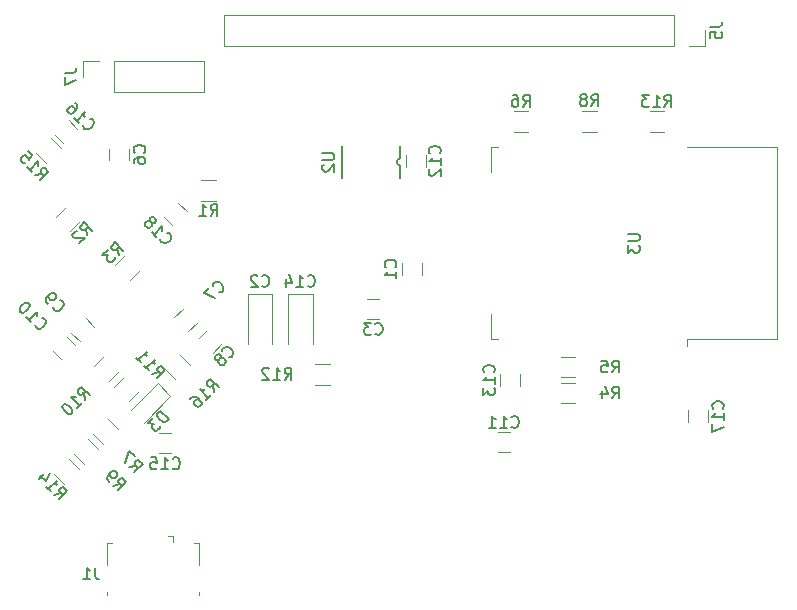
<source format=gbr>
G04 #@! TF.GenerationSoftware,KiCad,Pcbnew,5.1.5*
G04 #@! TF.CreationDate,2019-12-16T15:30:59-05:00*
G04 #@! TF.ProjectId,rustypill,72757374-7970-4696-9c6c-2e6b69636164,rev?*
G04 #@! TF.SameCoordinates,Original*
G04 #@! TF.FileFunction,Legend,Bot*
G04 #@! TF.FilePolarity,Positive*
%FSLAX46Y46*%
G04 Gerber Fmt 4.6, Leading zero omitted, Abs format (unit mm)*
G04 Created by KiCad (PCBNEW 5.1.5) date 2019-12-16 15:30:59*
%MOMM*%
%LPD*%
G04 APERTURE LIST*
%ADD10C,0.120000*%
%ADD11C,0.152400*%
%ADD12C,0.150000*%
G04 APERTURE END LIST*
D10*
X85041918Y-124247010D02*
X84193390Y-123398482D01*
X82948882Y-124642990D02*
X83797410Y-125491518D01*
X81152823Y-129157437D02*
X83415565Y-126894695D01*
X82354905Y-125834035D02*
X80092163Y-128096777D01*
X82354905Y-125834035D02*
X83415565Y-126894695D01*
D11*
X97905800Y-108457600D02*
X97905800Y-105714400D01*
X102884200Y-105714400D02*
X102884200Y-106781200D01*
X102884200Y-107390800D02*
X102884200Y-108457600D01*
X102884200Y-106781200D02*
G75*
G03X102884200Y-107390800I0J-304800D01*
G01*
D10*
X86280000Y-98520000D02*
X86280000Y-101180000D01*
X78600000Y-98520000D02*
X86280000Y-98520000D01*
X78600000Y-101180000D02*
X86280000Y-101180000D01*
X78600000Y-98520000D02*
X78600000Y-101180000D01*
X77330000Y-98520000D02*
X76000000Y-98520000D01*
X76000000Y-98520000D02*
X76000000Y-99850000D01*
X87920000Y-97280000D02*
X87920000Y-94620000D01*
X126080000Y-97280000D02*
X87920000Y-97280000D01*
X126080000Y-94620000D02*
X87920000Y-94620000D01*
X126080000Y-97280000D02*
X126080000Y-94620000D01*
X127350000Y-97280000D02*
X128680000Y-97280000D01*
X128680000Y-97280000D02*
X128680000Y-95950000D01*
X93350000Y-118250000D02*
X93350000Y-122500000D01*
X95450000Y-118250000D02*
X95450000Y-122500000D01*
X93350000Y-118250000D02*
X95450000Y-118250000D01*
X89950000Y-118250000D02*
X89950000Y-122500000D01*
X92050000Y-118250000D02*
X92050000Y-122500000D01*
X89950000Y-118250000D02*
X92050000Y-118250000D01*
X84081387Y-110529406D02*
X84788494Y-111236513D01*
X83586413Y-112438594D02*
X82879306Y-111731487D01*
X72060082Y-106298990D02*
X72908610Y-107147518D01*
X74153118Y-105903010D02*
X73304590Y-105054482D01*
X128940000Y-128120000D02*
X128940000Y-129120000D01*
X127240000Y-129120000D02*
X127240000Y-128120000D01*
X74817587Y-103561406D02*
X75524694Y-104268513D01*
X74322613Y-105470594D02*
X73615506Y-104763487D01*
X104700000Y-115650000D02*
X104700000Y-116650000D01*
X103000000Y-116650000D02*
X103000000Y-115650000D01*
X101100000Y-120350000D02*
X100100000Y-120350000D01*
X100100000Y-118650000D02*
X101100000Y-118650000D01*
X79950000Y-105950000D02*
X79950000Y-106950000D01*
X78250000Y-106950000D02*
X78250000Y-105950000D01*
X85654594Y-120697487D02*
X84947487Y-121404594D01*
X83745406Y-120202513D02*
X84452513Y-119495406D01*
X85829306Y-122018513D02*
X86536413Y-121311406D01*
X87738494Y-122513487D02*
X87031387Y-123220594D01*
X75736413Y-122238594D02*
X75029306Y-121531487D01*
X76231387Y-120329406D02*
X76938494Y-121036513D01*
X74647487Y-121895406D02*
X75354594Y-122602513D01*
X74152513Y-123804594D02*
X73445406Y-123097487D01*
X112150000Y-131675000D02*
X111150000Y-131675000D01*
X111150000Y-129975000D02*
X112150000Y-129975000D01*
X105100000Y-106500000D02*
X105100000Y-107500000D01*
X103400000Y-107500000D02*
X103400000Y-106500000D01*
X111350000Y-126050000D02*
X111350000Y-125050000D01*
X113050000Y-125050000D02*
X113050000Y-126050000D01*
X82466100Y-130016000D02*
X83466100Y-130016000D01*
X83466100Y-131716000D02*
X82466100Y-131716000D01*
X85850000Y-139326000D02*
X85400000Y-139326000D01*
X85850000Y-141176000D02*
X85850000Y-139326000D01*
X78050000Y-143726000D02*
X78050000Y-143476000D01*
X85850000Y-143726000D02*
X85850000Y-143476000D01*
X78050000Y-141176000D02*
X78050000Y-139326000D01*
X78050000Y-139326000D02*
X78500000Y-139326000D01*
X83650000Y-138776000D02*
X83200000Y-138776000D01*
X83650000Y-138776000D02*
X83650000Y-139226000D01*
X87250000Y-108620000D02*
X86050000Y-108620000D01*
X86050000Y-110380000D02*
X87250000Y-110380000D01*
X74943390Y-112951518D02*
X75791918Y-112102990D01*
X74547410Y-110858482D02*
X73698882Y-111707010D01*
X79602010Y-114953482D02*
X78753482Y-115802010D01*
X79997990Y-117046518D02*
X80846518Y-116197990D01*
X116450000Y-127530000D02*
X117650000Y-127530000D01*
X117650000Y-125770000D02*
X116450000Y-125770000D01*
X117650000Y-123570000D02*
X116450000Y-123570000D01*
X116450000Y-125330000D02*
X117650000Y-125330000D01*
X112500000Y-104530000D02*
X113700000Y-104530000D01*
X113700000Y-102770000D02*
X112500000Y-102770000D01*
X78996518Y-129702010D02*
X78147990Y-128853482D01*
X76903482Y-130097990D02*
X77752010Y-130946518D01*
X118300000Y-104530000D02*
X119500000Y-104530000D01*
X119500000Y-102770000D02*
X118300000Y-102770000D01*
X75233482Y-131817990D02*
X76082010Y-132666518D01*
X77326518Y-131422010D02*
X76477990Y-130573482D01*
X78197990Y-125596518D02*
X79046518Y-124747990D01*
X77802010Y-123503482D02*
X76953482Y-124352010D01*
X79502010Y-125253482D02*
X78653482Y-126102010D01*
X79897990Y-127346518D02*
X80746518Y-126497990D01*
X96900000Y-124170000D02*
X95700000Y-124170000D01*
X95700000Y-125930000D02*
X96900000Y-125930000D01*
X125200000Y-102770000D02*
X124000000Y-102770000D01*
X124000000Y-104530000D02*
X125200000Y-104530000D01*
X75676518Y-133072010D02*
X74827990Y-132223482D01*
X73583482Y-133467990D02*
X74432010Y-134316518D01*
X134800000Y-122076000D02*
X134800000Y-105836000D01*
X134800000Y-105836000D02*
X127180000Y-105836000D01*
X111180000Y-105836000D02*
X110560000Y-105836000D01*
X110560000Y-105836000D02*
X110560000Y-107956000D01*
X110560000Y-119956000D02*
X110560000Y-122076000D01*
X110560000Y-122076000D02*
X111180000Y-122076000D01*
X127180000Y-122076000D02*
X134800000Y-122076000D01*
X127180000Y-122076000D02*
X127180000Y-122686000D01*
D12*
X87099450Y-126565312D02*
X86998435Y-125992893D01*
X87503511Y-126161251D02*
X86796404Y-125454145D01*
X86527030Y-125723519D01*
X86493358Y-125824534D01*
X86493358Y-125891877D01*
X86527030Y-125992893D01*
X86628045Y-126093908D01*
X86729061Y-126127580D01*
X86796404Y-126127580D01*
X86897419Y-126093908D01*
X87166793Y-125824534D01*
X86426015Y-127238748D02*
X86830076Y-126834687D01*
X86628045Y-127036717D02*
X85920938Y-126329610D01*
X86089297Y-126363282D01*
X86223984Y-126363282D01*
X86325000Y-126329610D01*
X85112816Y-127137732D02*
X85247503Y-127003045D01*
X85348519Y-126969374D01*
X85415862Y-126969374D01*
X85584221Y-127003045D01*
X85752580Y-127104061D01*
X86021954Y-127373435D01*
X86055625Y-127474450D01*
X86055625Y-127541793D01*
X86021954Y-127642809D01*
X85887267Y-127777496D01*
X85786251Y-127811167D01*
X85718908Y-127811167D01*
X85617893Y-127777496D01*
X85449534Y-127609137D01*
X85415862Y-127508122D01*
X85415862Y-127440778D01*
X85449534Y-127339763D01*
X85584221Y-127205076D01*
X85685236Y-127171404D01*
X85752580Y-127171404D01*
X85853595Y-127205076D01*
X83266793Y-128847969D02*
X82559687Y-128140862D01*
X82391328Y-128309221D01*
X82323984Y-128443908D01*
X82323984Y-128578595D01*
X82357656Y-128679610D01*
X82458671Y-128847969D01*
X82559687Y-128948984D01*
X82728045Y-129050000D01*
X82829061Y-129083671D01*
X82963748Y-129083671D01*
X83098435Y-129016328D01*
X83266793Y-128847969D01*
X81919923Y-128780625D02*
X81482190Y-129218358D01*
X81987267Y-129252030D01*
X81886251Y-129353045D01*
X81852580Y-129454061D01*
X81852580Y-129521404D01*
X81886251Y-129622419D01*
X82054610Y-129790778D01*
X82155625Y-129824450D01*
X82222969Y-129824450D01*
X82323984Y-129790778D01*
X82526015Y-129588748D01*
X82559687Y-129487732D01*
X82559687Y-129420389D01*
X96291380Y-106324095D02*
X97100904Y-106324095D01*
X97196142Y-106371714D01*
X97243761Y-106419333D01*
X97291380Y-106514571D01*
X97291380Y-106705047D01*
X97243761Y-106800285D01*
X97196142Y-106847904D01*
X97100904Y-106895523D01*
X96291380Y-106895523D01*
X96386619Y-107324095D02*
X96339000Y-107371714D01*
X96291380Y-107466952D01*
X96291380Y-107705047D01*
X96339000Y-107800285D01*
X96386619Y-107847904D01*
X96481857Y-107895523D01*
X96577095Y-107895523D01*
X96719952Y-107847904D01*
X97291380Y-107276476D01*
X97291380Y-107895523D01*
X74452380Y-99516666D02*
X75166666Y-99516666D01*
X75309523Y-99469047D01*
X75404761Y-99373809D01*
X75452380Y-99230952D01*
X75452380Y-99135714D01*
X74452380Y-99897619D02*
X74452380Y-100564285D01*
X75452380Y-100135714D01*
X129132380Y-95616666D02*
X129846666Y-95616666D01*
X129989523Y-95569047D01*
X130084761Y-95473809D01*
X130132380Y-95330952D01*
X130132380Y-95235714D01*
X129132380Y-96569047D02*
X129132380Y-96092857D01*
X129608571Y-96045238D01*
X129560952Y-96092857D01*
X129513333Y-96188095D01*
X129513333Y-96426190D01*
X129560952Y-96521428D01*
X129608571Y-96569047D01*
X129703809Y-96616666D01*
X129941904Y-96616666D01*
X130037142Y-96569047D01*
X130084761Y-96521428D01*
X130132380Y-96426190D01*
X130132380Y-96188095D01*
X130084761Y-96092857D01*
X130037142Y-96045238D01*
X95042857Y-117557142D02*
X95090476Y-117604761D01*
X95233333Y-117652380D01*
X95328571Y-117652380D01*
X95471428Y-117604761D01*
X95566666Y-117509523D01*
X95614285Y-117414285D01*
X95661904Y-117223809D01*
X95661904Y-117080952D01*
X95614285Y-116890476D01*
X95566666Y-116795238D01*
X95471428Y-116700000D01*
X95328571Y-116652380D01*
X95233333Y-116652380D01*
X95090476Y-116700000D01*
X95042857Y-116747619D01*
X94090476Y-117652380D02*
X94661904Y-117652380D01*
X94376190Y-117652380D02*
X94376190Y-116652380D01*
X94471428Y-116795238D01*
X94566666Y-116890476D01*
X94661904Y-116938095D01*
X93233333Y-116985714D02*
X93233333Y-117652380D01*
X93471428Y-116604761D02*
X93709523Y-117319047D01*
X93090476Y-117319047D01*
X91166666Y-117557142D02*
X91214285Y-117604761D01*
X91357142Y-117652380D01*
X91452380Y-117652380D01*
X91595238Y-117604761D01*
X91690476Y-117509523D01*
X91738095Y-117414285D01*
X91785714Y-117223809D01*
X91785714Y-117080952D01*
X91738095Y-116890476D01*
X91690476Y-116795238D01*
X91595238Y-116700000D01*
X91452380Y-116652380D01*
X91357142Y-116652380D01*
X91214285Y-116700000D01*
X91166666Y-116747619D01*
X90785714Y-116747619D02*
X90738095Y-116700000D01*
X90642857Y-116652380D01*
X90404761Y-116652380D01*
X90309523Y-116700000D01*
X90261904Y-116747619D01*
X90214285Y-116842857D01*
X90214285Y-116938095D01*
X90261904Y-117080952D01*
X90833333Y-117652380D01*
X90214285Y-117652380D01*
X82577030Y-113632106D02*
X82577030Y-113699450D01*
X82644374Y-113834137D01*
X82711717Y-113901480D01*
X82846404Y-113968824D01*
X82981091Y-113968824D01*
X83082106Y-113935152D01*
X83250465Y-113834137D01*
X83351480Y-113733122D01*
X83452496Y-113564763D01*
X83486167Y-113463748D01*
X83486167Y-113329061D01*
X83418824Y-113194374D01*
X83351480Y-113127030D01*
X83216793Y-113059687D01*
X83149450Y-113059687D01*
X81836251Y-113026015D02*
X82240312Y-113430076D01*
X82038282Y-113228045D02*
X82745389Y-112520938D01*
X82711717Y-112689297D01*
X82711717Y-112823984D01*
X82745389Y-112925000D01*
X81836251Y-112217893D02*
X81937267Y-112251564D01*
X82004610Y-112251564D01*
X82105625Y-112217893D01*
X82139297Y-112184221D01*
X82172969Y-112083206D01*
X82172969Y-112015862D01*
X82139297Y-111914847D01*
X82004610Y-111780160D01*
X81903595Y-111746488D01*
X81836251Y-111746488D01*
X81735236Y-111780160D01*
X81701564Y-111813832D01*
X81667893Y-111914847D01*
X81667893Y-111982190D01*
X81701564Y-112083206D01*
X81836251Y-112217893D01*
X81869923Y-112318908D01*
X81869923Y-112386251D01*
X81836251Y-112487267D01*
X81701564Y-112621954D01*
X81600549Y-112655625D01*
X81533206Y-112655625D01*
X81432190Y-112621954D01*
X81297503Y-112487267D01*
X81263832Y-112386251D01*
X81263832Y-112318908D01*
X81297503Y-112217893D01*
X81432190Y-112083206D01*
X81533206Y-112049534D01*
X81600549Y-112049534D01*
X81701564Y-112083206D01*
X71984687Y-108199450D02*
X72557106Y-108098435D01*
X72388748Y-108603511D02*
X73095854Y-107896404D01*
X72826480Y-107627030D01*
X72725465Y-107593358D01*
X72658122Y-107593358D01*
X72557106Y-107627030D01*
X72456091Y-107728045D01*
X72422419Y-107829061D01*
X72422419Y-107896404D01*
X72456091Y-107997419D01*
X72725465Y-108266793D01*
X71311251Y-107526015D02*
X71715312Y-107930076D01*
X71513282Y-107728045D02*
X72220389Y-107020938D01*
X72186717Y-107189297D01*
X72186717Y-107323984D01*
X72220389Y-107425000D01*
X71378595Y-106179145D02*
X71715312Y-106515862D01*
X71412267Y-106886251D01*
X71412267Y-106818908D01*
X71378595Y-106717893D01*
X71210236Y-106549534D01*
X71109221Y-106515862D01*
X71041877Y-106515862D01*
X70940862Y-106549534D01*
X70772503Y-106717893D01*
X70738832Y-106818908D01*
X70738832Y-106886251D01*
X70772503Y-106987267D01*
X70940862Y-107155625D01*
X71041877Y-107189297D01*
X71109221Y-107189297D01*
X130197142Y-127977142D02*
X130244761Y-127929523D01*
X130292380Y-127786666D01*
X130292380Y-127691428D01*
X130244761Y-127548571D01*
X130149523Y-127453333D01*
X130054285Y-127405714D01*
X129863809Y-127358095D01*
X129720952Y-127358095D01*
X129530476Y-127405714D01*
X129435238Y-127453333D01*
X129340000Y-127548571D01*
X129292380Y-127691428D01*
X129292380Y-127786666D01*
X129340000Y-127929523D01*
X129387619Y-127977142D01*
X130292380Y-128929523D02*
X130292380Y-128358095D01*
X130292380Y-128643809D02*
X129292380Y-128643809D01*
X129435238Y-128548571D01*
X129530476Y-128453333D01*
X129578095Y-128358095D01*
X129292380Y-129262857D02*
X129292380Y-129929523D01*
X130292380Y-129500952D01*
X76009567Y-103985669D02*
X76009567Y-104053013D01*
X76076911Y-104187700D01*
X76144254Y-104255043D01*
X76278941Y-104322387D01*
X76413628Y-104322387D01*
X76514643Y-104288715D01*
X76683002Y-104187700D01*
X76784017Y-104086685D01*
X76885033Y-103918326D01*
X76918704Y-103817311D01*
X76918704Y-103682624D01*
X76851361Y-103547937D01*
X76784017Y-103480593D01*
X76649330Y-103413250D01*
X76581987Y-103413250D01*
X75268788Y-103379578D02*
X75672849Y-103783639D01*
X75470819Y-103581608D02*
X76177926Y-102874501D01*
X76144254Y-103042860D01*
X76144254Y-103177547D01*
X76177926Y-103278563D01*
X75369804Y-102066379D02*
X75504491Y-102201066D01*
X75538162Y-102302082D01*
X75538162Y-102369425D01*
X75504491Y-102537784D01*
X75403475Y-102706143D01*
X75134101Y-102975517D01*
X75033086Y-103009188D01*
X74965743Y-103009188D01*
X74864727Y-102975517D01*
X74730040Y-102840830D01*
X74696369Y-102739814D01*
X74696369Y-102672471D01*
X74730040Y-102571456D01*
X74898399Y-102403097D01*
X74999414Y-102369425D01*
X75066758Y-102369425D01*
X75167773Y-102403097D01*
X75302460Y-102537784D01*
X75336132Y-102638799D01*
X75336132Y-102706143D01*
X75302460Y-102807158D01*
X102457142Y-115983333D02*
X102504761Y-115935714D01*
X102552380Y-115792857D01*
X102552380Y-115697619D01*
X102504761Y-115554761D01*
X102409523Y-115459523D01*
X102314285Y-115411904D01*
X102123809Y-115364285D01*
X101980952Y-115364285D01*
X101790476Y-115411904D01*
X101695238Y-115459523D01*
X101600000Y-115554761D01*
X101552380Y-115697619D01*
X101552380Y-115792857D01*
X101600000Y-115935714D01*
X101647619Y-115983333D01*
X102552380Y-116935714D02*
X102552380Y-116364285D01*
X102552380Y-116650000D02*
X101552380Y-116650000D01*
X101695238Y-116554761D01*
X101790476Y-116459523D01*
X101838095Y-116364285D01*
X100766666Y-121607142D02*
X100814285Y-121654761D01*
X100957142Y-121702380D01*
X101052380Y-121702380D01*
X101195238Y-121654761D01*
X101290476Y-121559523D01*
X101338095Y-121464285D01*
X101385714Y-121273809D01*
X101385714Y-121130952D01*
X101338095Y-120940476D01*
X101290476Y-120845238D01*
X101195238Y-120750000D01*
X101052380Y-120702380D01*
X100957142Y-120702380D01*
X100814285Y-120750000D01*
X100766666Y-120797619D01*
X100433333Y-120702380D02*
X99814285Y-120702380D01*
X100147619Y-121083333D01*
X100004761Y-121083333D01*
X99909523Y-121130952D01*
X99861904Y-121178571D01*
X99814285Y-121273809D01*
X99814285Y-121511904D01*
X99861904Y-121607142D01*
X99909523Y-121654761D01*
X100004761Y-121702380D01*
X100290476Y-121702380D01*
X100385714Y-121654761D01*
X100433333Y-121607142D01*
X81207142Y-106283333D02*
X81254761Y-106235714D01*
X81302380Y-106092857D01*
X81302380Y-105997619D01*
X81254761Y-105854761D01*
X81159523Y-105759523D01*
X81064285Y-105711904D01*
X80873809Y-105664285D01*
X80730952Y-105664285D01*
X80540476Y-105711904D01*
X80445238Y-105759523D01*
X80350000Y-105854761D01*
X80302380Y-105997619D01*
X80302380Y-106092857D01*
X80350000Y-106235714D01*
X80397619Y-106283333D01*
X80302380Y-107140476D02*
X80302380Y-106950000D01*
X80350000Y-106854761D01*
X80397619Y-106807142D01*
X80540476Y-106711904D01*
X80730952Y-106664285D01*
X81111904Y-106664285D01*
X81207142Y-106711904D01*
X81254761Y-106759523D01*
X81302380Y-106854761D01*
X81302380Y-107045238D01*
X81254761Y-107140476D01*
X81207142Y-107188095D01*
X81111904Y-107235714D01*
X80873809Y-107235714D01*
X80778571Y-107188095D01*
X80730952Y-107140476D01*
X80683333Y-107045238D01*
X80683333Y-106854761D01*
X80730952Y-106759523D01*
X80778571Y-106711904D01*
X80873809Y-106664285D01*
X87570389Y-118134686D02*
X87637732Y-118134686D01*
X87772419Y-118067342D01*
X87839763Y-117999999D01*
X87907106Y-117865311D01*
X87907106Y-117730624D01*
X87873435Y-117629609D01*
X87772419Y-117461250D01*
X87671404Y-117360235D01*
X87503045Y-117259220D01*
X87402030Y-117225548D01*
X87267343Y-117225548D01*
X87132656Y-117292892D01*
X87065312Y-117360235D01*
X86997969Y-117494922D01*
X86997969Y-117562266D01*
X86694923Y-117730624D02*
X86223519Y-118202029D01*
X87233671Y-118606090D01*
X88391726Y-123638124D02*
X88459069Y-123638124D01*
X88593756Y-123570780D01*
X88661100Y-123503437D01*
X88728443Y-123368749D01*
X88728443Y-123234062D01*
X88694772Y-123133047D01*
X88593756Y-122964688D01*
X88492741Y-122863673D01*
X88324382Y-122762658D01*
X88223367Y-122728986D01*
X88088680Y-122728986D01*
X87953993Y-122796330D01*
X87886649Y-122863673D01*
X87819306Y-122998360D01*
X87819306Y-123065704D01*
X87650947Y-123705467D02*
X87684619Y-123604452D01*
X87684619Y-123537108D01*
X87650947Y-123436093D01*
X87617275Y-123402421D01*
X87516260Y-123368749D01*
X87448917Y-123368749D01*
X87347901Y-123402421D01*
X87213214Y-123537108D01*
X87179543Y-123638124D01*
X87179543Y-123705467D01*
X87213214Y-123806482D01*
X87246886Y-123840154D01*
X87347901Y-123873826D01*
X87415245Y-123873826D01*
X87516260Y-123840154D01*
X87650947Y-123705467D01*
X87751962Y-123671795D01*
X87819306Y-123671795D01*
X87920321Y-123705467D01*
X88055008Y-123840154D01*
X88088680Y-123941169D01*
X88088680Y-124008513D01*
X88055008Y-124109528D01*
X87920321Y-124244215D01*
X87819306Y-124277887D01*
X87751962Y-124277887D01*
X87650947Y-124244215D01*
X87516260Y-124109528D01*
X87482588Y-124008513D01*
X87482588Y-123941169D01*
X87516260Y-123840154D01*
X73465312Y-119370389D02*
X73465312Y-119437732D01*
X73532656Y-119572419D01*
X73600000Y-119639763D01*
X73734687Y-119707106D01*
X73869374Y-119707106D01*
X73970389Y-119673435D01*
X74138748Y-119572419D01*
X74239763Y-119471404D01*
X74340778Y-119303045D01*
X74374450Y-119202030D01*
X74374450Y-119067343D01*
X74307106Y-118932656D01*
X74239763Y-118865312D01*
X74105076Y-118797969D01*
X74037732Y-118797969D01*
X73061251Y-119101015D02*
X72926564Y-118966328D01*
X72892893Y-118865312D01*
X72892893Y-118797969D01*
X72926564Y-118629610D01*
X73027580Y-118461251D01*
X73296954Y-118191877D01*
X73397969Y-118158206D01*
X73465312Y-118158206D01*
X73566328Y-118191877D01*
X73701015Y-118326564D01*
X73734687Y-118427580D01*
X73734687Y-118494923D01*
X73701015Y-118595938D01*
X73532656Y-118764297D01*
X73431641Y-118797969D01*
X73364297Y-118797969D01*
X73263282Y-118764297D01*
X73128595Y-118629610D01*
X73094923Y-118528595D01*
X73094923Y-118461251D01*
X73128595Y-118360236D01*
X71952030Y-120857106D02*
X71952030Y-120924450D01*
X72019374Y-121059137D01*
X72086717Y-121126480D01*
X72221404Y-121193824D01*
X72356091Y-121193824D01*
X72457106Y-121160152D01*
X72625465Y-121059137D01*
X72726480Y-120958122D01*
X72827496Y-120789763D01*
X72861167Y-120688748D01*
X72861167Y-120554061D01*
X72793824Y-120419374D01*
X72726480Y-120352030D01*
X72591793Y-120284687D01*
X72524450Y-120284687D01*
X71211251Y-120251015D02*
X71615312Y-120655076D01*
X71413282Y-120453045D02*
X72120389Y-119745938D01*
X72086717Y-119914297D01*
X72086717Y-120048984D01*
X72120389Y-120150000D01*
X71480625Y-119106175D02*
X71413282Y-119038832D01*
X71312267Y-119005160D01*
X71244923Y-119005160D01*
X71143908Y-119038832D01*
X70975549Y-119139847D01*
X70807190Y-119308206D01*
X70706175Y-119476564D01*
X70672503Y-119577580D01*
X70672503Y-119644923D01*
X70706175Y-119745938D01*
X70773519Y-119813282D01*
X70874534Y-119846954D01*
X70941877Y-119846954D01*
X71042893Y-119813282D01*
X71211251Y-119712267D01*
X71379610Y-119543908D01*
X71480625Y-119375549D01*
X71514297Y-119274534D01*
X71514297Y-119207190D01*
X71480625Y-119106175D01*
X112292857Y-129507142D02*
X112340476Y-129554761D01*
X112483333Y-129602380D01*
X112578571Y-129602380D01*
X112721428Y-129554761D01*
X112816666Y-129459523D01*
X112864285Y-129364285D01*
X112911904Y-129173809D01*
X112911904Y-129030952D01*
X112864285Y-128840476D01*
X112816666Y-128745238D01*
X112721428Y-128650000D01*
X112578571Y-128602380D01*
X112483333Y-128602380D01*
X112340476Y-128650000D01*
X112292857Y-128697619D01*
X111340476Y-129602380D02*
X111911904Y-129602380D01*
X111626190Y-129602380D02*
X111626190Y-128602380D01*
X111721428Y-128745238D01*
X111816666Y-128840476D01*
X111911904Y-128888095D01*
X110388095Y-129602380D02*
X110959523Y-129602380D01*
X110673809Y-129602380D02*
X110673809Y-128602380D01*
X110769047Y-128745238D01*
X110864285Y-128840476D01*
X110959523Y-128888095D01*
X106207142Y-106357142D02*
X106254761Y-106309523D01*
X106302380Y-106166666D01*
X106302380Y-106071428D01*
X106254761Y-105928571D01*
X106159523Y-105833333D01*
X106064285Y-105785714D01*
X105873809Y-105738095D01*
X105730952Y-105738095D01*
X105540476Y-105785714D01*
X105445238Y-105833333D01*
X105350000Y-105928571D01*
X105302380Y-106071428D01*
X105302380Y-106166666D01*
X105350000Y-106309523D01*
X105397619Y-106357142D01*
X106302380Y-107309523D02*
X106302380Y-106738095D01*
X106302380Y-107023809D02*
X105302380Y-107023809D01*
X105445238Y-106928571D01*
X105540476Y-106833333D01*
X105588095Y-106738095D01*
X105397619Y-107690476D02*
X105350000Y-107738095D01*
X105302380Y-107833333D01*
X105302380Y-108071428D01*
X105350000Y-108166666D01*
X105397619Y-108214285D01*
X105492857Y-108261904D01*
X105588095Y-108261904D01*
X105730952Y-108214285D01*
X106302380Y-107642857D01*
X106302380Y-108261904D01*
X110807142Y-124907142D02*
X110854761Y-124859523D01*
X110902380Y-124716666D01*
X110902380Y-124621428D01*
X110854761Y-124478571D01*
X110759523Y-124383333D01*
X110664285Y-124335714D01*
X110473809Y-124288095D01*
X110330952Y-124288095D01*
X110140476Y-124335714D01*
X110045238Y-124383333D01*
X109950000Y-124478571D01*
X109902380Y-124621428D01*
X109902380Y-124716666D01*
X109950000Y-124859523D01*
X109997619Y-124907142D01*
X110902380Y-125859523D02*
X110902380Y-125288095D01*
X110902380Y-125573809D02*
X109902380Y-125573809D01*
X110045238Y-125478571D01*
X110140476Y-125383333D01*
X110188095Y-125288095D01*
X109902380Y-126192857D02*
X109902380Y-126811904D01*
X110283333Y-126478571D01*
X110283333Y-126621428D01*
X110330952Y-126716666D01*
X110378571Y-126764285D01*
X110473809Y-126811904D01*
X110711904Y-126811904D01*
X110807142Y-126764285D01*
X110854761Y-126716666D01*
X110902380Y-126621428D01*
X110902380Y-126335714D01*
X110854761Y-126240476D01*
X110807142Y-126192857D01*
X83608957Y-133007142D02*
X83656576Y-133054761D01*
X83799433Y-133102380D01*
X83894671Y-133102380D01*
X84037528Y-133054761D01*
X84132766Y-132959523D01*
X84180385Y-132864285D01*
X84228004Y-132673809D01*
X84228004Y-132530952D01*
X84180385Y-132340476D01*
X84132766Y-132245238D01*
X84037528Y-132150000D01*
X83894671Y-132102380D01*
X83799433Y-132102380D01*
X83656576Y-132150000D01*
X83608957Y-132197619D01*
X82656576Y-133102380D02*
X83228004Y-133102380D01*
X82942290Y-133102380D02*
X82942290Y-132102380D01*
X83037528Y-132245238D01*
X83132766Y-132340476D01*
X83228004Y-132388095D01*
X81751814Y-132102380D02*
X82228004Y-132102380D01*
X82275623Y-132578571D01*
X82228004Y-132530952D01*
X82132766Y-132483333D01*
X81894671Y-132483333D01*
X81799433Y-132530952D01*
X81751814Y-132578571D01*
X81704195Y-132673809D01*
X81704195Y-132911904D01*
X81751814Y-133007142D01*
X81799433Y-133054761D01*
X81894671Y-133102380D01*
X82132766Y-133102380D01*
X82228004Y-133054761D01*
X82275623Y-133007142D01*
X77033333Y-141427380D02*
X77033333Y-142141666D01*
X77080952Y-142284523D01*
X77176190Y-142379761D01*
X77319047Y-142427380D01*
X77414285Y-142427380D01*
X76033333Y-142427380D02*
X76604761Y-142427380D01*
X76319047Y-142427380D02*
X76319047Y-141427380D01*
X76414285Y-141570238D01*
X76509523Y-141665476D01*
X76604761Y-141713095D01*
X86816666Y-111652380D02*
X87150000Y-111176190D01*
X87388095Y-111652380D02*
X87388095Y-110652380D01*
X87007142Y-110652380D01*
X86911904Y-110700000D01*
X86864285Y-110747619D01*
X86816666Y-110842857D01*
X86816666Y-110985714D01*
X86864285Y-111080952D01*
X86911904Y-111128571D01*
X87007142Y-111176190D01*
X87388095Y-111176190D01*
X85864285Y-111652380D02*
X86435714Y-111652380D01*
X86150000Y-111652380D02*
X86150000Y-110652380D01*
X86245238Y-110795238D01*
X86340476Y-110890476D01*
X86435714Y-110938095D01*
X76385214Y-113309112D02*
X76284199Y-112736692D01*
X76789275Y-112905051D02*
X76082169Y-112197944D01*
X75812794Y-112467318D01*
X75779123Y-112568333D01*
X75779123Y-112635677D01*
X75812794Y-112736692D01*
X75913810Y-112837707D01*
X76014825Y-112871379D01*
X76082169Y-112871379D01*
X76183184Y-112837707D01*
X76452558Y-112568333D01*
X75476077Y-112938723D02*
X75408733Y-112938723D01*
X75307718Y-112972394D01*
X75139359Y-113140753D01*
X75105688Y-113241769D01*
X75105688Y-113309112D01*
X75139359Y-113410127D01*
X75206703Y-113477471D01*
X75341390Y-113544814D01*
X76149512Y-113544814D01*
X75711779Y-113982547D01*
X79035650Y-114999948D02*
X78934635Y-114427528D01*
X79439711Y-114595887D02*
X78732605Y-113888780D01*
X78463230Y-114158154D01*
X78429559Y-114259169D01*
X78429559Y-114326513D01*
X78463230Y-114427528D01*
X78564246Y-114528543D01*
X78665261Y-114562215D01*
X78732605Y-114562215D01*
X78833620Y-114528543D01*
X79102994Y-114259169D01*
X78092841Y-114528543D02*
X77655108Y-114966276D01*
X78160185Y-114999948D01*
X78059169Y-115100963D01*
X78025498Y-115201979D01*
X78025498Y-115269322D01*
X78059169Y-115370337D01*
X78227528Y-115538696D01*
X78328543Y-115572368D01*
X78395887Y-115572368D01*
X78496902Y-115538696D01*
X78698933Y-115336666D01*
X78732605Y-115235650D01*
X78732605Y-115168307D01*
X120816666Y-127102380D02*
X121150000Y-126626190D01*
X121388095Y-127102380D02*
X121388095Y-126102380D01*
X121007142Y-126102380D01*
X120911904Y-126150000D01*
X120864285Y-126197619D01*
X120816666Y-126292857D01*
X120816666Y-126435714D01*
X120864285Y-126530952D01*
X120911904Y-126578571D01*
X121007142Y-126626190D01*
X121388095Y-126626190D01*
X119959523Y-126435714D02*
X119959523Y-127102380D01*
X120197619Y-126054761D02*
X120435714Y-126769047D01*
X119816666Y-126769047D01*
X120816666Y-124902380D02*
X121150000Y-124426190D01*
X121388095Y-124902380D02*
X121388095Y-123902380D01*
X121007142Y-123902380D01*
X120911904Y-123950000D01*
X120864285Y-123997619D01*
X120816666Y-124092857D01*
X120816666Y-124235714D01*
X120864285Y-124330952D01*
X120911904Y-124378571D01*
X121007142Y-124426190D01*
X121388095Y-124426190D01*
X119911904Y-123902380D02*
X120388095Y-123902380D01*
X120435714Y-124378571D01*
X120388095Y-124330952D01*
X120292857Y-124283333D01*
X120054761Y-124283333D01*
X119959523Y-124330952D01*
X119911904Y-124378571D01*
X119864285Y-124473809D01*
X119864285Y-124711904D01*
X119911904Y-124807142D01*
X119959523Y-124854761D01*
X120054761Y-124902380D01*
X120292857Y-124902380D01*
X120388095Y-124854761D01*
X120435714Y-124807142D01*
X113266666Y-102402380D02*
X113600000Y-101926190D01*
X113838095Y-102402380D02*
X113838095Y-101402380D01*
X113457142Y-101402380D01*
X113361904Y-101450000D01*
X113314285Y-101497619D01*
X113266666Y-101592857D01*
X113266666Y-101735714D01*
X113314285Y-101830952D01*
X113361904Y-101878571D01*
X113457142Y-101926190D01*
X113838095Y-101926190D01*
X112409523Y-101402380D02*
X112600000Y-101402380D01*
X112695238Y-101450000D01*
X112742857Y-101497619D01*
X112838095Y-101640476D01*
X112885714Y-101830952D01*
X112885714Y-102211904D01*
X112838095Y-102307142D01*
X112790476Y-102354761D01*
X112695238Y-102402380D01*
X112504761Y-102402380D01*
X112409523Y-102354761D01*
X112361904Y-102307142D01*
X112314285Y-102211904D01*
X112314285Y-101973809D01*
X112361904Y-101878571D01*
X112409523Y-101830952D01*
X112504761Y-101783333D01*
X112695238Y-101783333D01*
X112790476Y-101830952D01*
X112838095Y-101878571D01*
X112885714Y-101973809D01*
X79947969Y-132937733D02*
X80520389Y-132836718D01*
X80352030Y-133341794D02*
X81059137Y-132634688D01*
X80789763Y-132365313D01*
X80688748Y-132331642D01*
X80621404Y-132331642D01*
X80520389Y-132365313D01*
X80419374Y-132466329D01*
X80385702Y-132567344D01*
X80385702Y-132634688D01*
X80419374Y-132735703D01*
X80688748Y-133005077D01*
X80419374Y-131994924D02*
X79947969Y-131523520D01*
X79543908Y-132533672D01*
X119066666Y-102352380D02*
X119400000Y-101876190D01*
X119638095Y-102352380D02*
X119638095Y-101352380D01*
X119257142Y-101352380D01*
X119161904Y-101400000D01*
X119114285Y-101447619D01*
X119066666Y-101542857D01*
X119066666Y-101685714D01*
X119114285Y-101780952D01*
X119161904Y-101828571D01*
X119257142Y-101876190D01*
X119638095Y-101876190D01*
X118495238Y-101780952D02*
X118590476Y-101733333D01*
X118638095Y-101685714D01*
X118685714Y-101590476D01*
X118685714Y-101542857D01*
X118638095Y-101447619D01*
X118590476Y-101400000D01*
X118495238Y-101352380D01*
X118304761Y-101352380D01*
X118209523Y-101400000D01*
X118161904Y-101447619D01*
X118114285Y-101542857D01*
X118114285Y-101590476D01*
X118161904Y-101685714D01*
X118209523Y-101733333D01*
X118304761Y-101780952D01*
X118495238Y-101780952D01*
X118590476Y-101828571D01*
X118638095Y-101876190D01*
X118685714Y-101971428D01*
X118685714Y-102161904D01*
X118638095Y-102257142D01*
X118590476Y-102304761D01*
X118495238Y-102352380D01*
X118304761Y-102352380D01*
X118209523Y-102304761D01*
X118161904Y-102257142D01*
X118114285Y-102161904D01*
X118114285Y-101971428D01*
X118161904Y-101876190D01*
X118209523Y-101828571D01*
X118304761Y-101780952D01*
X78572969Y-134487732D02*
X79145389Y-134386717D01*
X78977030Y-134891793D02*
X79684137Y-134184687D01*
X79414763Y-133915312D01*
X79313748Y-133881641D01*
X79246404Y-133881641D01*
X79145389Y-133915312D01*
X79044374Y-134016328D01*
X79010702Y-134117343D01*
X79010702Y-134184687D01*
X79044374Y-134285702D01*
X79313748Y-134555076D01*
X78236251Y-134151015D02*
X78101564Y-134016328D01*
X78067893Y-133915312D01*
X78067893Y-133847969D01*
X78101564Y-133679610D01*
X78202580Y-133511251D01*
X78471954Y-133241877D01*
X78572969Y-133208206D01*
X78640312Y-133208206D01*
X78741328Y-133241877D01*
X78876015Y-133376564D01*
X78909687Y-133477580D01*
X78909687Y-133544923D01*
X78876015Y-133645938D01*
X78707656Y-133814297D01*
X78606641Y-133847969D01*
X78539297Y-133847969D01*
X78438282Y-133814297D01*
X78303595Y-133679610D01*
X78269923Y-133578595D01*
X78269923Y-133511251D01*
X78303595Y-133410236D01*
X76174449Y-127215312D02*
X76073434Y-126642893D01*
X76578510Y-126811251D02*
X75871403Y-126104145D01*
X75602029Y-126373519D01*
X75568357Y-126474534D01*
X75568357Y-126541877D01*
X75602029Y-126642893D01*
X75703044Y-126743908D01*
X75804060Y-126777580D01*
X75871403Y-126777580D01*
X75972418Y-126743908D01*
X76241792Y-126474534D01*
X75501014Y-127888748D02*
X75905075Y-127484687D01*
X75703044Y-127686717D02*
X74995937Y-126979610D01*
X75164296Y-127013282D01*
X75298983Y-127013282D01*
X75399999Y-126979610D01*
X74356174Y-127619374D02*
X74288831Y-127686717D01*
X74255159Y-127787732D01*
X74255159Y-127855076D01*
X74288831Y-127956091D01*
X74389846Y-128124450D01*
X74558205Y-128292809D01*
X74726563Y-128393824D01*
X74827579Y-128427496D01*
X74894922Y-128427496D01*
X74995937Y-128393824D01*
X75063281Y-128326480D01*
X75096953Y-128225465D01*
X75096953Y-128158122D01*
X75063281Y-128057106D01*
X74962266Y-127888748D01*
X74793907Y-127720389D01*
X74625548Y-127619374D01*
X74524533Y-127585702D01*
X74457189Y-127585702D01*
X74356174Y-127619374D01*
X81859687Y-124999450D02*
X82432106Y-124898435D01*
X82263748Y-125403511D02*
X82970854Y-124696404D01*
X82701480Y-124427030D01*
X82600465Y-124393358D01*
X82533122Y-124393358D01*
X82432106Y-124427030D01*
X82331091Y-124528045D01*
X82297419Y-124629061D01*
X82297419Y-124696404D01*
X82331091Y-124797419D01*
X82600465Y-125066793D01*
X81186251Y-124326015D02*
X81590312Y-124730076D01*
X81388282Y-124528045D02*
X82095389Y-123820938D01*
X82061717Y-123989297D01*
X82061717Y-124123984D01*
X82095389Y-124225000D01*
X80512816Y-123652580D02*
X80916877Y-124056641D01*
X80714847Y-123854610D02*
X81421954Y-123147503D01*
X81388282Y-123315862D01*
X81388282Y-123450549D01*
X81421954Y-123551564D01*
X93092857Y-125502380D02*
X93426190Y-125026190D01*
X93664285Y-125502380D02*
X93664285Y-124502380D01*
X93283333Y-124502380D01*
X93188095Y-124550000D01*
X93140476Y-124597619D01*
X93092857Y-124692857D01*
X93092857Y-124835714D01*
X93140476Y-124930952D01*
X93188095Y-124978571D01*
X93283333Y-125026190D01*
X93664285Y-125026190D01*
X92140476Y-125502380D02*
X92711904Y-125502380D01*
X92426190Y-125502380D02*
X92426190Y-124502380D01*
X92521428Y-124645238D01*
X92616666Y-124740476D01*
X92711904Y-124788095D01*
X91759523Y-124597619D02*
X91711904Y-124550000D01*
X91616666Y-124502380D01*
X91378571Y-124502380D01*
X91283333Y-124550000D01*
X91235714Y-124597619D01*
X91188095Y-124692857D01*
X91188095Y-124788095D01*
X91235714Y-124930952D01*
X91807142Y-125502380D01*
X91188095Y-125502380D01*
X125242857Y-102402380D02*
X125576190Y-101926190D01*
X125814285Y-102402380D02*
X125814285Y-101402380D01*
X125433333Y-101402380D01*
X125338095Y-101450000D01*
X125290476Y-101497619D01*
X125242857Y-101592857D01*
X125242857Y-101735714D01*
X125290476Y-101830952D01*
X125338095Y-101878571D01*
X125433333Y-101926190D01*
X125814285Y-101926190D01*
X124290476Y-102402380D02*
X124861904Y-102402380D01*
X124576190Y-102402380D02*
X124576190Y-101402380D01*
X124671428Y-101545238D01*
X124766666Y-101640476D01*
X124861904Y-101688095D01*
X123957142Y-101402380D02*
X123338095Y-101402380D01*
X123671428Y-101783333D01*
X123528571Y-101783333D01*
X123433333Y-101830952D01*
X123385714Y-101878571D01*
X123338095Y-101973809D01*
X123338095Y-102211904D01*
X123385714Y-102307142D01*
X123433333Y-102354761D01*
X123528571Y-102402380D01*
X123814285Y-102402380D01*
X123909523Y-102354761D01*
X123957142Y-102307142D01*
X73562605Y-135246532D02*
X74135024Y-135145517D01*
X73966666Y-135650593D02*
X74673772Y-134943486D01*
X74404398Y-134674112D01*
X74303383Y-134640440D01*
X74236040Y-134640440D01*
X74135024Y-134674112D01*
X74034009Y-134775127D01*
X74000337Y-134876143D01*
X74000337Y-134943486D01*
X74034009Y-135044501D01*
X74303383Y-135313875D01*
X72889169Y-134573097D02*
X73293230Y-134977158D01*
X73091200Y-134775127D02*
X73798307Y-134068020D01*
X73764635Y-134236379D01*
X73764635Y-134371066D01*
X73798307Y-134472082D01*
X72754482Y-133495601D02*
X72283078Y-133967005D01*
X73192215Y-133394585D02*
X72855498Y-134068020D01*
X72417765Y-133630288D01*
X122152380Y-113188095D02*
X122961904Y-113188095D01*
X123057142Y-113235714D01*
X123104761Y-113283333D01*
X123152380Y-113378571D01*
X123152380Y-113569047D01*
X123104761Y-113664285D01*
X123057142Y-113711904D01*
X122961904Y-113759523D01*
X122152380Y-113759523D01*
X122152380Y-114140476D02*
X122152380Y-114759523D01*
X122533333Y-114426190D01*
X122533333Y-114569047D01*
X122580952Y-114664285D01*
X122628571Y-114711904D01*
X122723809Y-114759523D01*
X122961904Y-114759523D01*
X123057142Y-114711904D01*
X123104761Y-114664285D01*
X123152380Y-114569047D01*
X123152380Y-114283333D01*
X123104761Y-114188095D01*
X123057142Y-114140476D01*
M02*

</source>
